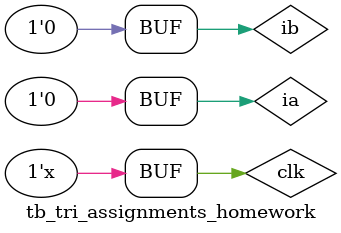
<source format=v>
`timescale 1ns/1ns

module tb_tri_assignments_homework();
reg     clk,ia,ib;
wire    oc;

initial begin
    clk = 0;
end

initial begin
    ia = 0;
    #10
    ia = 1;
    #40 
    ia = 0;
end

initial begin
    ib = 1;
    #30
    ib = 0;
end

always #5 clk = ~clk;


tri_assignments_homework tri_assignments_homework_inst(
    .clk(clk),
    .ia(ia),
    .ib(ib),
    .oc(oc)
);

endmodule
</source>
